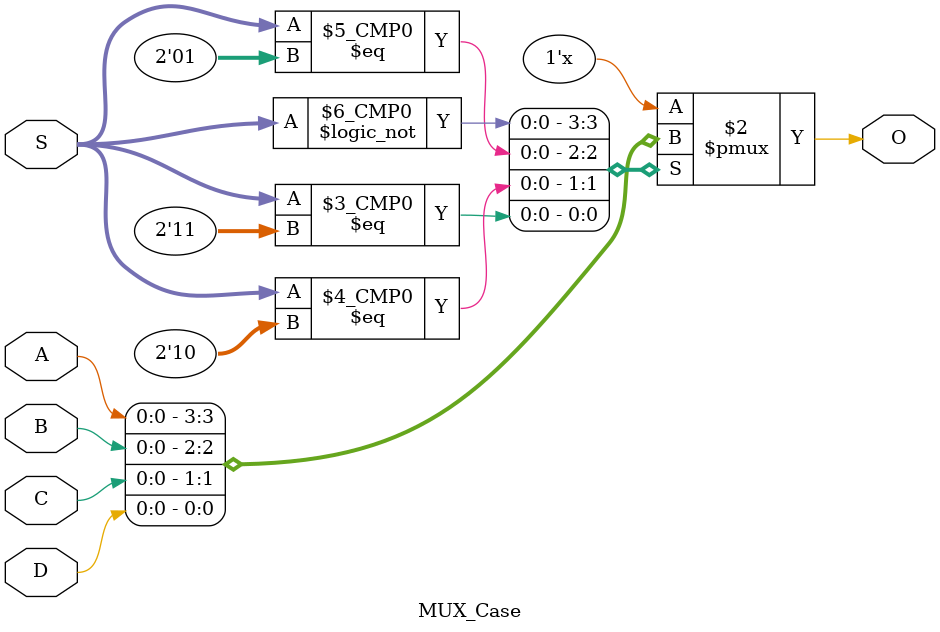
<source format=v>
`timescale 1ns / 1ps

module MUX_Case(
    input [1:0] S,
    input A,
    input B,
    input C,
    input D,
    output O
    );
	 
	 reg O;
	 
	 always @ (S or A or B or C or D) begin
		case(S)
			2'b00: O = A;
			2'b01: O = B;
			2'b10: O = C;
			2'b11: O = D;
		endcase
	 end

endmodule

</source>
